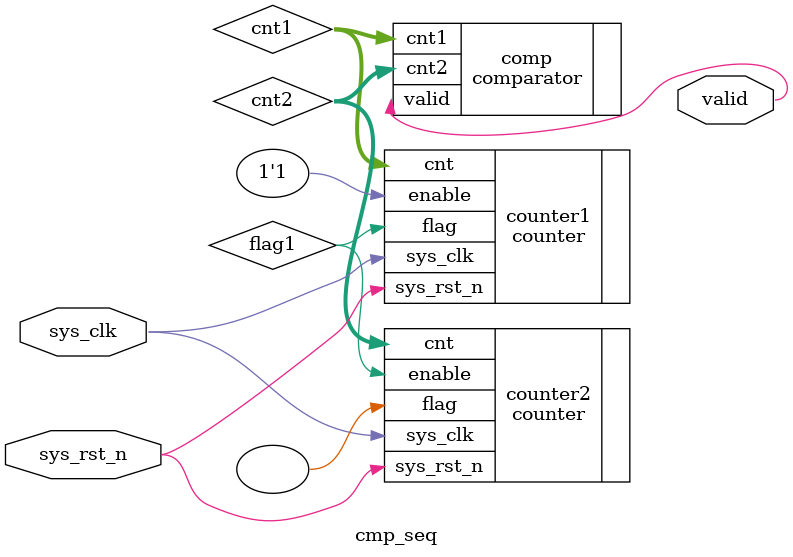
<source format=v>
module cmp_seq (
    input sys_clk,
    input sys_rst_n,
    output valid
);
    wire [3:0] cnt1, cnt2;
    wire flag1;

    // Instantiate counter 1
    counter counter1 (
        .sys_clk(sys_clk),
        .sys_rst_n(sys_rst_n),
        .enable(1'b1),
        .cnt(cnt1),
        .flag(flag1)
    );

    // Instantiate counter 2
    counter counter2 (
        .sys_clk(sys_clk),
        .sys_rst_n(sys_rst_n),
        .enable(flag1),
        .cnt(cnt2),
        .flag()
    );

    // Instantiate comparator
    comparator comp (
        .cnt1(cnt1),
        .cnt2(cnt2),
        .valid(valid)
    );
endmodule
</source>
